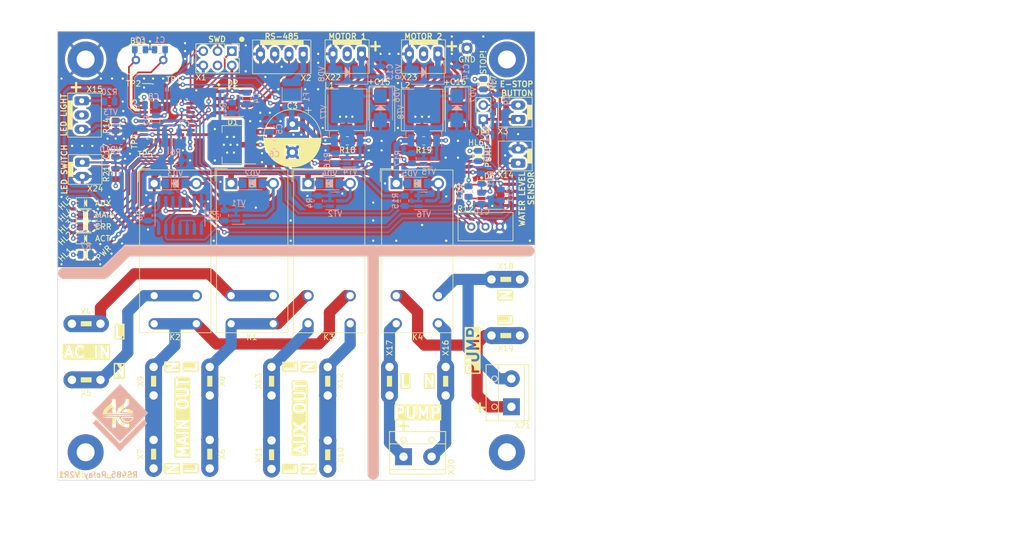
<source format=kicad_pcb>
(kicad_pcb (version 20221018) (generator pcbnew)

  (general
    (thickness 1.6)
  )

  (paper "A4")
  (layers
    (0 "F.Cu" signal)
    (31 "B.Cu" signal)
    (32 "B.Adhes" user "B.Adhesive")
    (33 "F.Adhes" user "F.Adhesive")
    (34 "B.Paste" user)
    (35 "F.Paste" user)
    (36 "B.SilkS" user "B.Silkscreen")
    (37 "F.SilkS" user "F.Silkscreen")
    (38 "B.Mask" user)
    (39 "F.Mask" user)
    (40 "Dwgs.User" user "User.Drawings")
    (41 "Cmts.User" user "User.Comments")
    (42 "Eco1.User" user "User.Eco1")
    (43 "Eco2.User" user "User.Eco2")
    (44 "Edge.Cuts" user)
    (45 "Margin" user)
    (46 "B.CrtYd" user "B.Courtyard")
    (47 "F.CrtYd" user "F.Courtyard")
    (48 "B.Fab" user)
    (49 "F.Fab" user)
    (50 "User.1" user)
    (51 "User.2" user)
    (52 "User.3" user)
    (53 "User.4" user)
    (54 "User.5" user)
    (55 "User.6" user)
    (56 "User.7" user)
    (57 "User.8" user)
    (58 "User.9" user)
  )

  (setup
    (pad_to_mask_clearance 0)
    (aux_axis_origin 40 110)
    (grid_origin 40 110)
    (pcbplotparams
      (layerselection 0x00010fc_ffffffff)
      (plot_on_all_layers_selection 0x0000000_00000000)
      (disableapertmacros false)
      (usegerberextensions false)
      (usegerberattributes false)
      (usegerberadvancedattributes false)
      (creategerberjobfile false)
      (dashed_line_dash_ratio 12.000000)
      (dashed_line_gap_ratio 3.000000)
      (svgprecision 4)
      (plotframeref false)
      (viasonmask false)
      (mode 1)
      (useauxorigin false)
      (hpglpennumber 1)
      (hpglpenspeed 20)
      (hpglpendiameter 15.000000)
      (dxfpolygonmode true)
      (dxfimperialunits true)
      (dxfusepcbnewfont true)
      (psnegative false)
      (psa4output false)
      (plotreference true)
      (plotvalue false)
      (plotinvisibletext false)
      (sketchpadsonfab false)
      (subtractmaskfromsilk true)
      (outputformat 1)
      (mirror false)
      (drillshape 0)
      (scaleselection 1)
      (outputdirectory "gerbers/")
    )
  )

  (net 0 "")
  (net 1 "Net-(D3-PF1)")
  (net 2 "Net-(D3-PF0)")
  (net 3 "GND")
  (net 4 "+12V")
  (net 5 "+3V3")
  (net 6 "E_STOP")
  (net 7 "Net-(D5A--)")
  (net 8 "Net-(D5A-+)")
  (net 9 "WATER")
  (net 10 "Net-(VD8-K)")
  (net 11 "Net-(VD9-K)")
  (net 12 "LIGHTS_SW")
  (net 13 "U1_RX")
  (net 14 "TXEN")
  (net 15 "U1_TX")
  (net 16 "Net-(D2-A)")
  (net 17 "Net-(D2-B)")
  (net 18 "RESET")
  (net 19 "Net-(D3-PA2)")
  (net 20 "Net-(D3-PA3)")
  (net 21 "LIGHTS")
  (net 22 "RL_EN")
  (net 23 "LED_AUX")
  (net 24 "LED_MAIN")
  (net 25 "LED_ERR")
  (net 26 "LED_ACT")
  (net 27 "unconnected-(D3-PA12-Pad22)")
  (net 28 "SWDIO")
  (net 29 "SWCLK")
  (net 30 "RL_AUX")
  (net 31 "RL_MAIN_uC")
  (net 32 "MOTOR1")
  (net 33 "MOTOR2")
  (net 34 "Net-(D3-PB6)")
  (net 35 "Net-(D3-PB7)")
  (net 36 "Net-(D4A-B)")
  (net 37 "LED_STOP")
  (net 38 "Net-(D4C-A)")
  (net 39 "RL_MAIN")
  (net 40 "Net-(X2-Pin_1)")
  (net 41 "unconnected-(H1-Pad1)")
  (net 42 "unconnected-(H2-Pad1)")
  (net 43 "unconnected-(H3-Pad1)")
  (net 44 "Net-(HL1-K)")
  (net 45 "Net-(HL2-K)")
  (net 46 "Net-(HL3-K)")
  (net 47 "Net-(HL4-K)")
  (net 48 "Net-(HL5-K)")
  (net 49 "Net-(HL6-K)")
  (net 50 "Net-(HL7-K)")
  (net 51 "/L_IN")
  (net 52 "/L_MAIN")
  (net 53 "Net-(VD2-A)")
  (net 54 "/N_IN")
  (net 55 "/N_MAIN")
  (net 56 "/L_AUX")
  (net 57 "/N_AUX")
  (net 58 "Net-(VD4-A)")
  (net 59 "Net-(X18-Pin_1)")
  (net 60 "Net-(X17-Pin_1)")
  (net 61 "Net-(X19-Pin_1)")
  (net 62 "Net-(X16-Pin_1)")
  (net 63 "Net-(VD5-A)")
  (net 64 "Net-(VD6-K)")
  (net 65 "Net-(VD7-K)")
  (net 66 "Net-(VT4-D)")
  (net 67 "Net-(VT5-D)")
  (net 68 "Net-(X15-Pin_1)")
  (net 69 "Net-(VT3-D)")
  (net 70 "unconnected-(X1-Pin_4-Pad4)")
  (net 71 "unconnected-(X15-Pin_2-Pad2)")
  (net 72 "unconnected-(X22-Pin_2-Pad2)")
  (net 73 "unconnected-(X23-Pin_2-Pad2)")

  (footprint "Package_SO:SOIC-8_3.9x4.9mm_P1.27mm" (layer "F.Cu") (at 71.2 42.599998))

  (footprint "Relay_THT:Relay_SPST_Omron_G2RL-1A-E" (layer "F.Cu") (at 57.2 57.1))

  (footprint "Ecohim:Connector_TAB_6.35mm" (layer "F.Cu") (at 57.1 92.34 90))

  (footprint "Capacitor_SMD:C_0805_2012Metric" (layer "F.Cu") (at 113.175 58.535 90))

  (footprint "LED_SMD:LED_0805_2012Metric" (layer "F.Cu") (at 45.000001 62.7))

  (footprint "Ecohim:TestPoint_Pad_D0.8mm_no_circle" (layer "F.Cu") (at 59.100001 39.6 180))

  (footprint "Ecohim:DS1070-3_WF-3_CONNFLY" (layer "F.Cu") (at 89.034999 34))

  (footprint "LED_SMD:LED_0805_2012Metric" (layer "F.Cu") (at 45 60.600001))

  (footprint "Resistor_SMD:R_0805_2012Metric" (layer "F.Cu") (at 50.3375 55.4 90))

  (footprint "Ecohim:Connector_TAB_6.35mm" (layer "F.Cu") (at 88.1 92.34 90))

  (footprint "LED_SMD:LED_0805_2012Metric" (layer "F.Cu") (at 45.000001 66.9))

  (footprint "Capacitor_SMD:C_0805_2012Metric" (layer "F.Cu") (at 50.3375 51.4 90))

  (footprint "Ecohim:Connector_TAB_6.35mm" (layer "F.Cu") (at 78.1 105.44 90))

  (footprint "Ecohim:TestPoint_Pad_D0.8mm_no_circle" (layer "F.Cu") (at 54.7 49.6 180))

  (footprint "Ecohim:Connector_TAB_6.35mm" (layer "F.Cu") (at 88.1 105.44 90))

  (footprint "Ecohim:Connector_TAB_6.35mm" (layer "F.Cu") (at 67.1 92.34 90))

  (footprint "Ecohim:Connector_TAB_6.35mm" (layer "F.Cu") (at 109.1 92.339999 -90))

  (footprint "Ecohim:TerminalBlock_KLS2-301-5.00-02P" (layer "F.Cu") (at 120.8 94.4 90))

  (footprint "Relay_THT:Relay_DPST_Omron_G2RL-2A" (layer "F.Cu") (at 100.3 57.1))

  (footprint "Ecohim:TestPoint_Pad_D0.8mm_no_circle" (layer "F.Cu") (at 57.8 39.6 180))

  (footprint "Connector_PinHeader_2.54mm:PinHeader_2x03_P2.54mm_Vertical" (layer "F.Cu") (at 71.025 33.525 -90))

  (footprint "MountingHole:MountingHole_3.2mm_M3_Pad" (layer "F.Cu") (at 45 105))

  (footprint "LED_SMD:LED_0805_2012Metric" (layer "F.Cu") (at 45 69.8))

  (footprint "Ecohim:Connector_TAB_6.35mm" (layer "F.Cu") (at 119.8 74.2))

  (footprint "Ecohim:Connector_TAB_6.35mm" (layer "F.Cu") (at 78.1 92.34 90))

  (footprint "Package_TO_SOT_SMD:SOT-223-3_TabPin2" (layer "F.Cu") (at 71.2 50.2 180))

  (footprint "Resistor_SMD:R_0805_2012Metric" (layer "F.Cu") (at 105.2 49.500001 180))

  (footprint "MountingHole:MountingHole_3.2mm_M3_Pad" (layer "F.Cu") (at 120 105))

  (footprint "Resistor_SMD:R_0805_2012Metric" (layer "F.Cu") (at 91.6 49.5 180))

  (footprint "MountingHole:MountingHole_3.2mm_M3_Pad" (layer "F.Cu") (at 45 35))

  (footprint "Ecohim:TestPoint_Pad_D0.8mm_no_circle" (layer "F.Cu") (at 55.5 50.6 180))

  (footprint "Ecohim:TerminalBlock_KLS2-301-5.00-02P" (layer "F.Cu") (at 104.1 105.8))

  (footprint "Ecohim:Connector_TAB_6.35mm" (layer "F.Cu") (at 57.1 105.34 90))

  (footprint "LED_SMD:LED_0805_2012Metric" (layer "F.Cu") (at 115.8 39.4 -90))

  (footprint "Ecohim:Ecohim-logo_10x12mm" (layer "F.Cu") (at 51.1 98.8))

  (footprint "LED_SMD:LED_0805_2012Metric" (layer "F.Cu") (at 45 64.8))

  (footprint "Potentiometer_THT:Potentiometer_Bourns_3296W_Vertical" (layer "F.Cu") (at 113.66 64.8 180))

  (footprint "Ecohim:DS1070-3_WF-3_CONNFLY" (layer "F.Cu") (at 102.635001 34))

  (footprint "TestPoint:TestPoint_THTPad_D2.0mm_Drill1.0mm" (layer "F.Cu") (at 112.9 33 180))

  (footprint "Ecohim:L_7.3x7.3_H4.5" (layer "F.Cu") (at 91.375 43.965 90))

  (footprint "Ecohim:Connector_TAB_6.35mm" (layer "F.Cu") (at 99.1 92.34 -90))

  (footprint "Relay_THT:Relay_DPST_Omron_G2RL-2A" (layer "F.Cu") (at 84.6 57.1))

  (footprint "Capacitor_Tantalum_SMD:CP_EIA-7343-31_Kemet-D" (layer "F.Cu") (at 111.3 44.2 -90))

  (footprint "Ecohim:DS1070-2_WF-2_CONNFLY" (layer "F.Cu") (at 122 50.95 -90))

  (footprint "Capacitor_Tantalum_SMD:CP_EIA-7343-31_Kemet-D" (layer "F.Cu") (at 97.775 44.165 -90))

  (footprint "MountingHole:MountingHole_3.2mm_M3_Pad" (layer "F.Cu") (at 120 35))

  (footprint "Ecohim:Connector_TAB_6.35mm" (layer "F.Cu") (at 67.1 105.34 90))

  (footprint "Package_SO:SOP-8_3.9x4.9mm_P1.27mm" (layer "F.Cu") (at 118.175 59.135))

  (footprint "Resistor_SMD:R_0805_2012Metric" (layer "F.Cu") (at 50.3375 46.8 -90))

  (footprint "Ecohim:Connector_TAB_6.35mm" (layer "F.Cu") (at 45.1 82.1 180))

  (footprint "Capacitor_THT:CP_Radial_D10.0mm_P5.00mm" (layer "F.Cu") (at 81.8 46.532323 -90))

  (footprint "Package_QFP:LQFP-32_7x7mm_P0.8mm" (layer "F.Cu")
    (tstamp de7e2bd7-065e-4266-9fc0-3c8f411f8fcc)
    (at 59.5 45.6)
    (descr "LQFP, 32 Pin (https://www.nxp.com/docs/en/package-information/SOT358-1.pdf), generated with kicad-footprint-generator ipc_gullwing_generator.py")
    (tags "LQFP QFP")
    (property "Sheetfile" "RS485_Relay_V2R1.kicad_sch")
    (property "Sheetname" "")
    (property "ki_description" "STMicroelectronics Arm Cortex-M0 MCU, 32KB flash, 4KB RAM, 48 MHz, 2.4-3.6V, 25 GPIO, LQFP32")
    (property "ki_keywords" "Arm Cortex-M0 STM32F0 STM32F0x0 Value Line")
    (path "/6be300bc-fb3f-4bef-bd25-4280da5c36f4")
    (attr smd)
    (fp_text reference "D3" (at -5.9 -2.6 90) (layer "F.SilkS")
        (effects (font (size 1 1) (thickness 0.15)))
      (tstamp 01e375df-502e-4e1f-a4c0-9e0eb98121ff)
    )
    (fp_text value "STM32F030K6T6" (at 0 -4.1) (layer "F.Fab")
        (effects (font (size 1 1) (thickness 0.15)))
      (tstamp 6c2c3244-d8d5-4e7b-9e82-e9ade2a8da34)
    )
    (fp_text user "${REFERENCE}" (at 0 0) (layer "F.Fab")
        (effects (font (size 1 1) (thickness 0.15)))
      (tstamp 6d4d6e3d-eda4-44c9-99d6-e7c5ea45165e)
    )
    (fp_line (start -3.61 -3.61) (end -3.61 -3.31)
      (stroke (width 0.12) (type solid)) (layer "F.SilkS") (tstamp f8a9779c-1b31-4438-9d66-76075356cd8e))
    (fp_line (start -3.61 -3.31) (end -4.925 -3.31)
      (stroke (width 0.12) (type solid)) (layer "F.SilkS") (tstamp 7c395a54-34e7-4b84-8d6d-ced68cd952e3))
    (fp_line (start -3.61 3.61) (end -3.61 3.31)
      (stroke (width 0.12) (type solid)) (layer "F.SilkS") (tstamp 9f13a24d-a1a8-40d9-b4d0-0e781734b69d))
    (fp_line (start -3.31 -3.61) (end -3.61 -3.61)
      (stroke (width 0.12) (type solid)) (layer "F.SilkS") (tstamp 44e6bc17-3302-43c0-b576-b9dfff6e1750))
    (fp_line (start -3.31 3.61) (end -3.61 3.61)
      (stroke (width 0.12) (type solid)) (layer "F.SilkS") (tstamp 691996c6-214d-4ec0-821d-d1952b74af16))
    (fp_line (start 3.31 -3.61) (end 3.61 -3.61)
      (stroke (width 0.12) (type solid)) (layer "F.SilkS") (tstamp 4c34647a-cc50-4f69-a4b7-821bf2215c2a))
    (fp_line (start 3.31 3.61) (end 3.61 3.61)
      (stroke (width 0.12) (type solid)) (layer "F.SilkS") (tstamp 41a2196d-b5ed-48b5-af6f-afe153faf823))
    (fp_line (start 3.61 -3.61) (end 3.61 -3.31)
      (stroke (width 0.12) (type solid)) (layer "F.SilkS") (tstamp c0420f4b-d62a-4a9d-a8cb-ad81ffcadb9b))
    (fp_line (start 3.61 3.61) (end 3.61 3.31)
      (stroke (width 0.12) (type solid)) (layer "F.SilkS") (tstamp 40370836-6d64-4480-b1eb-fee5b3a48830))
    (fp_line (start -5.18 -3.3) (end -5.18 0)
      (stroke (width 0.05) (type solid)) (layer "F.CrtYd") (tstamp c575a179-a228-4b54-bcf5-6d384648b12b))
    (fp_line (start -5.18 3.3) (end -5.18 0)
      (stroke (width 0.05) (type solid)) (layer "F.CrtYd") (tstamp 78ba7158-b414-4918-b143-3c7b6875c929))
    (fp_line (start -3.75 -3.75) (end -3.75 -3.3)
      (stroke (width 0.05) (type solid)) (layer "F.CrtYd") (tstamp 289b5708-c9e3-4759-a2a7-7ae8f785c6d8))
    (fp_line (start -3.75 -3.3) (end -5.18 -3.3)
      (stroke (width 0.05) (type solid)) (layer "F.CrtYd") (tstamp 342e10dd-5c52-4000-80c3-ba1caca16b87))
    (fp_line (start -3.75 3.3) (end -5.18 3.3)
      (stroke (width 0.05) (type solid)) (layer "F.CrtYd") (tstamp ba9317f6-f5d4-4593-afbb-b171a69d7597))
    (fp_line (start -3.75 3.75) (end -3.75 3.3)
      (stroke (width 0.05) (type solid)) (layer "F.CrtYd") (tstamp db859035-84d8-4a49-84a0-0f129d5c92ed))
    (fp_line (start -3.3 -5.18) (end -3.3 -3.75)
      (stroke (width 0.05) (type solid)) (layer "F.CrtYd") (tstamp a44f238b-2aa9-472b-86c0-0cbdcecc02c8))
    (fp_line (start -3.3 -3.75) (end -3.75 -3.75)
      (stroke (width 0.05) (type solid)) (layer "F.CrtYd") (tstamp 35971a38-a722-49cf-8498-01ed38684344))
    (fp_line (start -3.3 3.75) (end -3.75 3.75)
      (stroke (width 0.05) (type solid)) (layer "F.CrtYd") (tstamp d5f11ad5-6f1d-40b3-a394-43e7f17a2c29))
    (fp_line (start -3.3 5.18) (end -3.3 3.75)
      (stroke (width 0.05) (type solid)) (layer "F.CrtYd") (tstamp dc1036ad-8902-4a68-923c-71366921eae3))
    (fp_line (start 0 -5.18) (end -3.3 -5.18)
      (stroke (width 0.05) (type solid)) (layer "F.CrtYd") (tstamp 1d10d9a8
... [946894 chars truncated]
</source>
